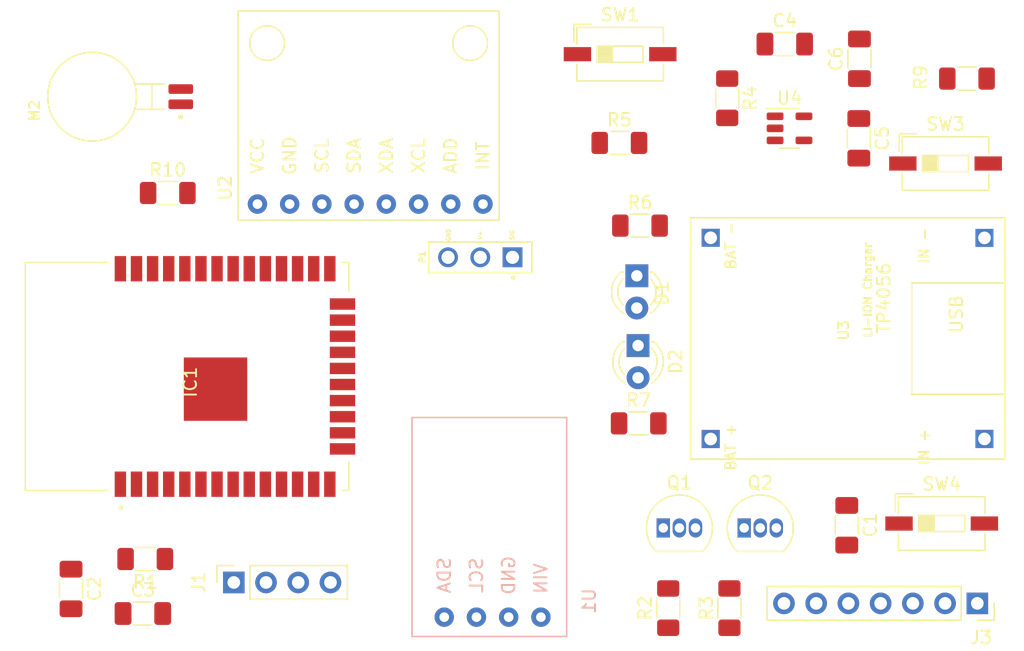
<source format=kicad_pcb>
(kicad_pcb (version 20221018) (generator pcbnew)
  (layers (0 "F.Cu" signal) (31 "B.Cu" signal) (34 "B.Paste" user) (35 "F.Paste" user) (36 "B.SilkS" user "B.Silkscreen") (37 "F.SilkS" user "F.Silkscreen") (38 "B.Mask" user) (39 "F.Mask" user) (44 "Edge.Cuts" user))
  (net 0 "")
  (net 1 "RESET")
  (net 2 "GND")
  (net 3 "+3V3")
  (net 4 "BAT+")
  (net 5 "Net-(D1-K)")
  (net 6 "D5")
  (net 7 "Net-(D2-K)")
  (net 8 "D18")
  (net 13 "D32")
  (net 15 "D25")
  (net 28 "D2")
  (net 33 "D19")
  (net 35 "SDA")
  (net 36 "RXD")
  (net 37 "TXD")
  (net 38 "SCL")
  (net 42 "RTS")
  (net 43 "Net-(M2-V-)")
  (net 44 "Net-(Q1-B)")
  (net 45 "DTR")
  (net 46 "Net-(Q2-B)")
  (net 47 "0")
  (net 48 "Net-(U4-EN)")
  (footprint "Connector_PinSocket_2.54mm:PinSocket_1x04_P2.54mm_Vertical" (layer "F.Cu") (at 102.13 95.05 90)
    (fp_text reference "J1" (at 0 -2.77 90) (layer "F.SilkS"))
    (fp_text value "Conn_01x04_Socket")
    (fp_line (start -1.33 1.27) (end -1.33 8.95) (stroke (width 0.12)) (layer "F.SilkS"))
    (fp_line (start -1.33 1.27) (end 1.33 1.27) (stroke (width 0.12)) (layer "F.SilkS"))
    (fp_line (start -1.33 8.95) (end 1.33 8.95) (stroke (width 0.12)) (layer "F.SilkS"))
    (fp_line (start 0 -1.33) (end 1.33 -1.33) (stroke (width 0.12)) (layer "F.SilkS"))
    (fp_line (start 1.33 -1.33) (end 1.33 0) (stroke (width 0.12)) (layer "F.SilkS"))
    (fp_line (start 1.33 1.27) (end 1.33 8.95) (stroke (width 0.12)) (layer "F.SilkS"))
    (pad "1" thru_hole rect (at 0 0 90) (size 1.7 1.7) (drill 1) (layers "*.Cu" "*.Mask") (net 2 "GND"))
    (pad "2" thru_hole oval (at 0 2.54 90) (size 1.7 1.7) (drill 1) (layers "*.Cu" "*.Mask") (net 3 "+3V3"))
    (pad "3" thru_hole oval (at 0 5.08 90) (size 1.7 1.7) (drill 1) (layers "*.Cu" "*.Mask"))
    (pad "4" thru_hole oval (at 0 7.62 90) (size 1.7 1.7) (drill 1) (layers "*.Cu" "*.Mask") (net 15 "D25"))
  )
  (footprint "Package_TO_SOT_THT:TO-92_Inline" (layer "F.Cu") (at 142.36 90.75)
    (fp_text reference "Q2" (at 1.27 -3.56) (layer "F.SilkS"))
    (fp_text value "S8050")
    (fp_line (start -0.53 1.85) (end 3.07 1.85) (stroke (width 0.12)) (layer "F.SilkS"))
    (fp_arc (start -0.568478 1.838478) (mid -1.132087 -0.994977) (end 1.27 -2.6) (stroke (width 0.12)) (layer "F.SilkS"))
    (fp_arc (start 1.27 -2.6) (mid 3.672087 -0.994977) (end 3.108478 1.838478) (stroke (width 0.12)) (layer "F.SilkS"))
    (pad "1" thru_hole rect (at 0 0) (size 1.05 1.5) (drill 0.75) (layers "*.Cu" "*.Mask") (net 45 "DTR"))
    (pad "2" thru_hole oval (at 1.27 0) (size 1.05 1.5) (drill 0.75) (layers "*.Cu" "*.Mask") (net 46 "Net-(Q2-B)"))
    (pad "3" thru_hole oval (at 2.54 0) (size 1.05 1.5) (drill 0.75) (layers "*.Cu" "*.Mask") (net 47 "0"))
  )
  (footprint "Capacitor_SMD:C_1206_3216Metric_Pad1.33x1.80mm_HandSolder" (layer "F.Cu") (at 94.9625 97.5)
    (fp_text reference "C3" (at 0 -1.85) (layer "F.SilkS"))
    (fp_text value "10uF")
    (fp_line (start -0.711252 -0.91) (end 0.711252 -0.91) (stroke (width 0.12)) (layer "F.SilkS"))
    (fp_line (start -0.711252 0.91) (end 0.711252 0.91) (stroke (width 0.12)) (layer "F.SilkS"))
    (pad "1" smd roundrect (at -1.5625 0) (size 1.325 1.8) (layers "F.Cu" "F.Paste" "F.Mask") (roundrect_rratio 0.188679) (net 3 "+3V3"))
    (pad "2" smd roundrect (at 1.5625 0) (size 1.325 1.8) (layers "F.Cu" "F.Paste" "F.Mask") (roundrect_rratio 0.188679) (net 2 "GND"))
  )
  (footprint "Button_Switch_SMD:SW_DIP_SPSTx01_Slide_6.7x4.1mm_W6.73mm_P2.54mm_LowProfile_JPin" (layer "F.Cu") (at 158.235 62)
    (fp_text reference "SW3" (at 0 -3.11) (layer "F.SilkS"))
    (fp_text value "SW_Push")
    (fp_line (start -3.65 -2.35) (end -3.65 -0.967) (stroke (width 0.12)) (layer "F.SilkS"))
    (fp_line (start -3.65 -2.35) (end -2.267 -2.35) (stroke (width 0.12)) (layer "F.SilkS"))
    (fp_line (start -3.41 -2.11) (end -3.41 -0.8) (stroke (width 0.12)) (layer "F.SilkS"))
    (fp_line (start -3.41 -2.11) (end 3.41 -2.11) (stroke (width 0.12)) (layer "F.SilkS"))
    (fp_line (start -3.41 0.8) (end -3.41 2.11) (stroke (width 0.12)) (layer "F.SilkS"))
    (fp_line (start -3.41 2.11) (end 3.41 2.11) (stroke (width 0.12)) (layer "F.SilkS"))
    (fp_line (start -1.81 -0.635) (end -1.81 0.635) (stroke (width 0.12)) (layer "F.SilkS"))
    (fp_line (start -1.81 -0.515) (end -0.603333 -0.515) (stroke (width 0.12)) (layer "F.SilkS"))
    (fp_line (start -1.81 -0.395) (end -0.603333 -0.395) (stroke (width 0.12)) (layer "F.SilkS"))
    (fp_line (start -1.81 -0.275) (end -0.603333 -0.275) (stroke (width 0.12)) (layer "F.SilkS"))
    (fp_line (start -1.81 -0.155) (end -0.603333 -0.155) (stroke (width 0.12)) (layer "F.SilkS"))
    (fp_line (start -1.81 -0.035) (end -0.603333 -0.035) (stroke (width 0.12)) (layer "F.SilkS"))
    (fp_line (start -1.81 0.085) (end -0.603333 0.085) (stroke (width 0.12)) (layer "F.SilkS"))
    (fp_line (start -1.81 0.205) (end -0.603333 0.205) (stroke (width 0.12)) (layer "F.SilkS"))
    (fp_line (start -1.81 0.325) (end -0.603333 0.325) (stroke (width 0.12)) (layer "F.SilkS"))
    (fp_line (start -1.81 0.445) (end -0.603333 0.445) (stroke (width 0.12)) (layer "F.SilkS"))
    (fp_line (start -1.81 0.565) (end -0.603333 0.565) (stroke (width 0.12)) (layer "F.SilkS"))
    (fp_line (start -1.81 0.635) (end 1.81 0.635) (stroke (width 0.12)) (layer "F.SilkS"))
    (fp_line (start -0.603333 -0.635) (end -0.603333 0.635) (stroke (width 0.12)) (layer "F.SilkS"))
    (fp_line (start 1.81 -0.635) (end -1.81 -0.635) (stroke (width 0.12)) (layer "F.SilkS"))
    (fp_line (start 1.81 0.635) (end 1.81 -0.635) (stroke (width 0.12)) (layer "F.SilkS"))
    (fp_line (start 3.41 -2.11) (end 3.41 -0.8) (stroke (width 0.12)) (layer "F.SilkS"))
    (fp_line (start 3.41 0.8) (end 3.41 2.11) (stroke (width 0.12)) (layer "F.SilkS"))
    (pad "1" smd rect (at -3.365 0) (size 2.16 1.12) (layers "F.Cu" "F.Paste" "F.Mask") (net 2 "GND"))
    (pad "2" smd rect (at 3.365 0) (size 2.16 1.12) (layers "F.Cu" "F.Paste" "F.Mask") (net 47 "0"))
  )
  (footprint "Capacitor_SMD:C_1206_3216Metric_Pad1.33x1.80mm_HandSolder" (layer "F.Cu") (at 151.4 60.0125 -90)
    (fp_text reference "C5" (at 0 -1.85 90) (layer "F.SilkS"))
    (fp_text value "10uF")
    (fp_line (start -0.711252 -0.91) (end 0.711252 -0.91) (stroke (width 0.12)) (layer "F.SilkS"))
    (fp_line (start -0.711252 0.91) (end 0.711252 0.91) (stroke (width 0.12)) (layer "F.SilkS"))
    (pad "1" smd roundrect (at -1.5625 0 270) (size 1.325 1.8) (layers "F.Cu" "F.Paste" "F.Mask") (roundrect_rratio 0.188679) (net 3 "+3V3"))
    (pad "2" smd roundrect (at 1.5625 0 270) (size 1.325 1.8) (layers "F.Cu" "F.Paste" "F.Mask") (roundrect_rratio 0.188679) (net 2 "GND"))
  )
  (footprint "Resistor_SMD:R_1206_3216Metric_Pad1.30x1.75mm_HandSolder" (layer "F.Cu") (at 134.15 66.9)
    (fp_text reference "R6" (at 0 -1.82) (layer "F.SilkS"))
    (fp_text value "330")
    (fp_line (start -0.727064 -0.91) (end 0.727064 -0.91) (stroke (width 0.12)) (layer "F.SilkS"))
    (fp_line (start -0.727064 0.91) (end 0.727064 0.91) (stroke (width 0.12)) (layer "F.SilkS"))
    (pad "1" smd roundrect (at -1.55 0) (size 1.3 1.75) (layers "F.Cu" "F.Paste" "F.Mask") (roundrect_rratio 0.192308) (net 5 "Net-(D1-K)"))
    (pad "2" smd roundrect (at 1.55 0) (size 1.3 1.75) (layers "F.Cu" "F.Paste" "F.Mask") (roundrect_rratio 0.192308) (net 2 "GND"))
  )
  (footprint "Resistor_SMD:R_1206_3216Metric_Pad1.30x1.75mm_HandSolder" (layer "F.Cu") (at 96.925 64.325)
    (fp_text reference "R10" (at 0 -1.82) (layer "F.SilkS"))
    (fp_text value "330")
    (fp_line (start -0.727064 -0.91) (end 0.727064 -0.91) (stroke (width 0.12)) (layer "F.SilkS"))
    (fp_line (start -0.727064 0.91) (end 0.727064 0.91) (stroke (width 0.12)) (layer "F.SilkS"))
    (pad "1" smd roundrect (at -1.55 0) (size 1.3 1.75) (layers "F.Cu" "F.Paste" "F.Mask") (roundrect_rratio 0.192308) (net 43 "Net-(M2-V-)"))
    (pad "2" smd roundrect (at 1.55 0) (size 1.3 1.75) (layers "F.Cu" "F.Paste" "F.Mask") (roundrect_rratio 0.192308) (net 2 "GND"))
  )
  (footprint "Resistor_SMD:R_1206_3216Metric_Pad1.30x1.75mm_HandSolder" (layer "F.Cu") (at 132.525 60.375)
    (fp_text reference "R5" (at 0 -1.82) (layer "F.SilkS"))
    (fp_text value "330")
    (fp_line (start -0.727064 -0.91) (end 0.727064 -0.91) (stroke (width 0.12)) (layer "F.SilkS"))
    (fp_line (start -0.727064 0.91) (end 0.727064 0.91) (stroke (width 0.12)) (layer "F.SilkS"))
    (pad "1" smd roundrect (at -1.55 0) (size 1.3 1.75) (layers "F.Cu" "F.Paste" "F.Mask") (roundrect_rratio 0.192308) (net 28 "D2"))
    (pad "2" smd roundrect (at 1.55 0) (size 1.3 1.75) (layers "F.Cu" "F.Paste" "F.Mask") (roundrect_rratio 0.192308) (net 2 "GND"))
  )
  (footprint "Capacitor_SMD:C_1206_3216Metric_Pad1.33x1.80mm_HandSolder" (layer "F.Cu") (at 89.3 95.5625 -90)
    (fp_text reference "C2" (at 0 -1.85 -270) (layer "F.SilkS"))
    (fp_text value "0.1uF")
    (fp_line (start -0.711252 -0.91) (end 0.711252 -0.91) (stroke (width 0.12)) (layer "F.SilkS"))
    (fp_line (start -0.711252 0.91) (end 0.711252 0.91) (stroke (width 0.12)) (layer "F.SilkS"))
    (pad "1" smd roundrect (at -1.5625 0 270) (size 1.325 1.8) (layers "F.Cu" "F.Paste" "F.Mask") (roundrect_rratio 0.188679) (net 3 "+3V3"))
    (pad "2" smd roundrect (at 1.5625 0 270) (size 1.325 1.8) (layers "F.Cu" "F.Paste" "F.Mask") (roundrect_rratio 0.188679) (net 2 "GND"))
  )
  (footprint "ESP-WROOM-32D (1):ESPWROOM32D" (layer "F.Cu") (at 98.45 78.8 90)
    (fp_text reference "IC1" (at -0.45 0.25 90) (layer "F.SilkS"))
    (fp_text value "ESP-WROOM-32D")
    (fp_line (start -10.4 -5.2) (end -10.4 -5.2) (stroke (width 0.2)) (layer "F.SilkS"))
    (fp_line (start -10.4 -5.2) (end -10.4 -5.2) (stroke (width 0.2)) (layer "F.SilkS"))
    (fp_line (start -10.3 -5.2) (end -10.3 -5.2) (stroke (width 0.2)) (layer "F.SilkS"))
    (fp_line (start -9 -12.75) (end -9 -12.75) (stroke (width 0.1)) (layer "F.SilkS"))
    (fp_line (start -9 -12.75) (end -9 -12.75) (stroke (width 0.1)) (layer "F.SilkS"))
    (fp_line (start -9 -12.75) (end -9 -6.25) (stroke (width 0.1)) (layer "F.SilkS"))
    (fp_line (start -9 -12.75) (end 9 -12.75) (stroke (width 0.1)) (layer "F.SilkS"))
    (fp_line (start -9 -6.25) (end -9 -12.75) (stroke (width 0.1)) (layer "F.SilkS"))
    (fp_line (start -9 -6.25) (end -9 -6.25) (stroke (width 0.1)) (layer "F.SilkS"))
    (fp_line (start -9 12.25) (end -9 12.25) (stroke (width 0.1)) (layer "F.SilkS"))
    (fp_line (start -9 12.25) (end -9 12.75) (stroke (width 0.1)) (layer "F.SilkS"))
    (fp_line (start -9 12.75) (end -9 12.25) (stroke (width 0.1)) (layer "F.SilkS"))
    (fp_line (start -9 12.75) (end -9 12.75) (stroke (width 0.1)) (layer "F.SilkS"))
    (fp_line (start -9 12.75) (end -9 12.75) (stroke (width 0.1)) (layer "F.SilkS"))
    (fp_line (start -9 12.75) (end -6.75 12.75) (stroke (width 0.1)) (layer "F.SilkS"))
    (fp_line (start -6.75 12.75) (end -9 12.75) (stroke (width 0.1)) (layer "F.SilkS"))
    (fp_line (start -6.75 12.75) (end -6.75 12.75) (stroke (width 0.1)) (layer "F.SilkS"))
    (fp_line (start 6.75 12.75) (end 6.75 12.75) (stroke (width 0.1)) (layer "F.SilkS"))
    (fp_line (start 6.75 12.75) (end 9 12.75) (stroke (width 0.1)) (layer "F.SilkS"))
    (fp_line (start 9 -12.75) (end -9 -12.75) (stroke (width 0.1)) (layer "F.SilkS"))
    (fp_line (start 9 -12.75) (end 9 -12.75) (stroke (width 0.1)) (layer "F.SilkS"))
    (fp_line (start 9 -12.75) (end 9 -12.75) (stroke (width 0.1)) (layer "F.SilkS"))
    (fp_line (start 9 -12.75) (end 9 -6.25) (stroke (width 0.1)) (layer "F.SilkS"))
    (fp_line (start 9 -6.25) (end 9 -12.75) (stroke (width 0.1)) (layer "F.SilkS"))
    (fp_line (start 9 -6.25) (end 9 -6.25) (stroke (width 0.1)) (layer "F.SilkS"))
    (fp_line (start 9 12.25) (end 9 12.25) (stroke (width 0.1)) (layer "F.SilkS"))
    (fp_line (start 9 12.25) (end 9 12.75) (stroke (width 0.1)) (layer "F.SilkS"))
    (fp_line (start 9 12.75) (end 6.75 12.75) (stroke (width 0.1)) (layer "F.SilkS"))
    (fp_line (start 9 12.75) (end 9 12.25) (stroke (width 0.1)) (layer "F.SilkS"))
    (fp_line (start 9 12.75) (end 9 12.75) (stroke (width 0.1)) (layer "F.SilkS"))
    (fp_line (start 9 12.75) (end 9 12.75) (stroke (width 0.1)) (layer "F.SilkS"))
    (fp_arc (start -10.4 -5.2) (mid -10.35 -5.25) (end -10.3 -5.2) (stroke (width 0.2)) (layer "F.SilkS"))
    (fp_arc (start -10.3 -5.2) (mid -10.35 -5.15) (end -10.4 -5.2) (stroke (width 0.2)) (layer "F.SilkS"))
    (fp_arc (start -10.3 -5.2) (mid -10.35 -5.15) (end -10.4 -5.2) (stroke (width 0.2)) (layer "F.SilkS"))
    (pad "1" smd rect (at -8.5 -5.26 90) (size 2 0.9) (layers "F.Cu" "F.Paste" "F.Mask") (net 2 "GND"))
    (pad "2" smd rect (at -8.5 -3.99 90) (size 2 0.9) (layers "F.Cu" "F.Paste" "F.Mask") (net 3 "+3V3"))
    (pad "3" smd rect (at -8.5 -2.72 90) (size 2 0.9) (layers "F.Cu" "F.Paste" "F.Mask") (net 1 "RESET"))
    (pad "4" smd rect (at -8.5 -1.45 90) (size 2 0.9) (layers "F.Cu" "F.Paste" "F.Mask"))
    (pad "5" smd rect (at -8.5 -0.18 90) (size 2 0.9) (layers "F.Cu" "F.Paste" "F.Mask"))
    (pad "6" smd rect (at -8.5 1.09 90) (size 2 0.9) (layers "F.Cu" "F.Paste" "F.Mask"))
    (pad "7" smd rect (at -8.5 2.36 90) (size 2 0.9) (layers "F.Cu" "F.Paste" "F.Mask"))
    (pad "8" smd rect (at -8.5 3.63 90) (size 2 0.9) (layers "F.Cu" "F.Paste" "F.Mask") (net 13 "D32"))
    (pad "9" smd rect (at -8.5 4.9 90) (size 2 0.9) (layers "F.Cu" "F.Paste" "F.Mask"))
    (pad "10" smd rect (at -8.5 6.17 90) (size 2 0.9) (layers "F.Cu" "F.Paste" "F.Mask") (net 15 "D25"))
    (pad "11" smd rect (at -8.5 7.44 90) (size 2 0.9) (layers "F.Cu" "F.Paste" "F.Mask"))
    (pad "12" smd rect (at -8.5 8.71 90) (size 2 0.9) (layers "F.Cu" "F.Paste" "F.Mask"))
    (pad "13" smd rect (at -8.5 9.98 90) (size 2 0.9) (layers "F.Cu" "F.Paste" "F.Mask"))
    (pad "14" smd rect (at -8.5 11.25 90) (size 2 0.9) (layers "F.Cu" "F.Paste" "F.Mask"))
    (pad "15" smd rect (at -5.715 12.25 180) (size 2 0.9) (layers "F.Cu" "F.Paste" "F.Mask") (net 2 "GND"))
    (pad "16" smd rect (at -4.445 12.25 180) (size 2 0.9) (layers "F.Cu" "F.Paste" "F.Mask"))
    (pad "17" smd rect (at -3.175 12.25 180) (size 2 0.9) (layers "F.Cu" "F.Paste" "F.Mask"))
    (pad "18" smd rect (at -1.905 12.25 180) (size 2 0.9) (layers "F.Cu" "F.Paste" "F.Mask"))
    (pad "19" smd rect (at -0.635 12.25 180) (size 2 0.9) (layers "F.Cu" "F.Paste" "F.Mask"))
    (pad "20" smd rect (at 0.635 12.25 180) (size 2 0.9) (layers "F.Cu" "F.Paste" "F.Mask"))
    (pad "21" smd rect (at 1.905 12.25 180) (size 2 0.9) (layers "F.Cu" "F.Paste" "F.Mask"))
    (pad "22" smd rect (at 3.175 12.25 180) (size 2 0.9) (layers "F.Cu" "F.Paste" "F.Mask"))
    (pad "23" smd rect (at 4.445 12.25 180) (size 2 0.9) (layers "F.Cu" "F.Paste" "F.Mask"))
    (pad "24" smd rect (at 5.715 12.25 180) (size 2 0.9) (layers "F.Cu" "F.Paste" "F.Mask") (net 28 "D2"))
    (pad "25" smd rect (at 8.5 11.25 90) (size 2 0.9) (layers "F.Cu" "F.Paste" "F.Mask"))
    (pad "26" smd rect (at 8.5 9.98 90) (size 2 0.9) (layers "F.Cu" "F.Paste" "F.Mask"))
    (pad "27" smd rect (at 8.5 8.71 90) (size 2 0.9) (layers "F.Cu" "F.Paste" "F.Mask"))
    (pad "28" smd rect (at 8.5 7.44 90) (size 2 0.9) (layers "F.Cu" "F.Paste" "F.Mask"))
    (pad "29" smd rect (at 8.5 6.17 90) (size 2 0.9) (layers "F.Cu" "F.Paste" "F.Mask") (net 6 "D5"))
    (pad "30" smd rect (at 8.5 4.9 90) (size 2 0.9) (layers "F.Cu" "F.Paste" "F.Mask") (net 8 "D18"))
    (pad "31" smd rect (at 8.5 3.63 90) (size 2 0.9) (layers "F.Cu" "F.Paste" "F.Mask") (net 33 "D19"))
    (pad "32" smd rect (at 8.5 2.36 90) (size 2 0.9) (layers "F.Cu" "F.Paste" "F.Mask"))
    (pad "33" smd rect (at 8.5 1.09 90) (size 2 0.9) (layers "F.Cu" "F.Paste" "F.Mask") (net 35 "SDA"))
    (pad "34" smd rect (at 8.5 -0.18 90) (size 2 0.9) (layers "F.Cu" "F.Paste" "F.Mask") (net 36 "RXD"))
    (pad "35" smd rect (at 8.5 -1.45 90) (size 2 0.9) (layers "F.Cu" "F.Paste" "F.Mask") (net 37 "TXD"))
    (pad "36" smd rect (at 8.5 -2.72 90) (size 2 0.9) (layers "F.Cu" "F.Paste" "F.Mask") (net 38 "SCL"))
    (pad "37" smd rect (at 8.5 -3.99 90) (size 2 0.9) (layers "F.Cu" "F.Paste" "F.Mask"))
    (pad "38" smd rect (at 8.5 -5.26 90) (size 2 0.9) (layers "F.Cu" "F.Paste" "F.Mask") (net 2 "GND"))
    (pad "39" smd rect (at -1 2.24 90) (size 5 5) (layers "F.Cu" "F.Paste" "F.Mask") (net 2 "GND"))
  )
  (footprint "Resistor_SMD:R_1206_3216Metric_Pad1.30x1.75mm_HandSolder" (layer "F.Cu") (at 95.15 93.2 180)
    (fp_text reference "R1" (at 0 -1.82) (layer "F.SilkS"))
    (fp_text value "10k")
    (fp_line (start -0.727064 -0.91) (end 0.727064 -0.91) (stroke (width 0.12)) (layer "F.SilkS"))
    (fp_line (start -0.727064 0.91) (end 0.727064 0.91) (stroke (width 0.12)) (layer "F.SilkS"))
    (pad "1" smd roundrect (at -1.55 0 180) (size 1.3 1.75) (layers "F.Cu" "F.Paste" "F.Mask") (roundrect_rratio 0.192308) (net 1 "RESET"))
    (pad "2" smd roundrect (at 1.55 0 180) (size 1.3 1.75) (layers "F.Cu" "F.Paste" "F.Mask") (roundrect_rratio 0.192308) (net 3 "+3V3"))
  )
  (footprint "TP4056:TP4056" (layer "F.Cu") (at 150.2 75.16119 -90)
    (fp_text reference "U3" (at 0 0 90) (layer "F.SilkS") (effects (font (size 0.787402 0.787402))))
    (fp_text value "TP4056")
    (fp_text user "BAT +" (at 9.2075 8.89 90) (layer "F.SilkS") (effects (font (size 0.8 0.8))))
    (fp_text user "IN -" (at -6.6675 -6.35 90) (layer "F.SilkS") (effects (font (size 0.8 0.8))))
    (fp_text user "IN +" (at 9.2075 -6.35 90) (layer "F.SilkS") (effects (font (size 0.8 0.8))))
    (fp_text user "BAT -" (at -6.6675 8.89 90) (layer "F.SilkS") (effects (font (size 0.8 0.8))))
    (fp_text user "TP4056" (at -2.54 -3.175 90) (layer "F.SilkS"))
    (fp_text user "LI-ION Charger" (at -3.175 -1.905 90) (layer "F.SilkS") (effects (font (size 0.64 0.64))))
    (fp_text user "USB" (at -1.27 -8.89 90) (layer "F.SilkS"))
    (fp_line (start -8.88238 -12.7) (end 10.16 -12.7) (stroke (width 0.127)) (layer "F.SilkS"))
    (fp_line (start -8.88238 12.0574) (end -8.88238 -12.7) (stroke (width 0.127)) (layer "F.SilkS"))
    (fp_line (start -3.73888 -12.6797) (end -3.73888 -5.36448) (stroke (width 0.127)) (layer "F.SilkS"))
    (fp_line (start 5.03936 -5.36448) (end -3.73888 -5.36448) (stroke (width 0.127)) (layer "F.SilkS"))
    (fp_line (start 5.03936 -5.36448) (end 5.03936 -12.6797) (stroke (width 0.127)) (layer "F.SilkS"))
    (fp_line (start 10.16 -12.7) (end 10.16 12.0574) (stroke (width 0.127)) (layer "F.SilkS"))
    (fp_line (start 10.16 12.0574) (end -8.88238 12.0574) (stroke (width 0.127)) (layer "F.SilkS"))
    (pad "BAT+" thru_hole rect (at 8.5725 10.4775 270) (size 1.4224 1.4224) (drill 1) (layers "*.Cu" "*.Mask") (net 4 "BAT+"))
    (pad "BAT-" thru_hole rect (at -7.3025 10.4775 270) (size 1.4224 1.4224) (drill 1) (layers "*.Cu" "*.Mask") (net 2 "GND"))
    (pad "IN+" thru_hole rect (at 8.56488 -11.1049 270) (size 1.4224 1.4224) (drill 1) (layers "*.Cu" "*.Mask"))
    (pad "IN-" thru_hole rect (at -7.29488 -11.1049 270) (size 1.4224 1.4224) (drill 1) (layers "*.Cu" "*.Mask"))
  )
  (footprint "Resistor_SMD:R_1206_3216Metric_Pad1.30x1.75mm_HandSolder" (layer "F.Cu") (at 141.025 56.85 -90)
    (fp_text reference "R4" (at 0 -1.82 90) (layer "F.SilkS"))
    (fp_text value "100")
    (fp_line (start -0.727064 -0.91) (end 0.727064 -0.91) (stroke (width 0.12)) (layer "F.SilkS"))
    (fp_line (start -0.727064 0.91) (end 0.727064 0.91) (stroke (width 0.12)) (layer "F.SilkS"))
    (pad "1" smd roundrect (at -1.55 0 270) (size 1.3 1.75) (layers "F.Cu" "F.Paste" "F.Mask") (roundrect_rratio 0.192308) (net 4 "BAT+"))
    (pad "2" smd roundrect (at 1.55 0 270) (size 1.3 1.75) (layers "F.Cu" "F.Paste" "F.Mask") (roundrect_rratio 0.192308) (net 48 "Net-(U4-EN)"))
  )
  (footprint "Package_TO_SOT_SMD:SOT-23-5" (layer "F.Cu") (at 145.9375 59.225)
    (fp_text reference "U4" (at 0 -2.4) (layer "F.SilkS"))
    (fp_text value "AP2112K-3.3")
    (fp_line (start 0 -1.56) (end -1.8 -1.56) (stroke (width 0.12)) (layer "F.SilkS"))
    (fp_line (start 0 -1.56) (end 0.8 -1.56) (stroke (width 0.12)) (layer "F.SilkS"))
    (fp_line (start 0 1.56) (end -0.8 1.56) (stroke (width 0.12)) (layer "F.SilkS"))
    (fp_line (start 0 1.56) (end 0.8 1.56) (stroke (width 0.12)) (layer "F.SilkS"))
    (pad "1" smd roundrect (at -1.1375 -0.95) (size 1.325 0.6) (layers "F.Cu" "F.Paste" "F.Mask") (net 4 "BAT+"))
    (pad "2" smd roundrect (at -1.1375 0) (size 1.325 0.6) (layers "F.Cu" "F.Paste" "F.Mask") (net 2 "GND"))
    (pad "3" smd roundrect (at -1.1375 0.95) (size 1.325 0.6) (layers "F.Cu" "F.Paste" "F.Mask") (net 48 "Net-(U4-EN)"))
    (pad "4" smd roundrect (at 1.1375 0.95) (size 1.325 0.6) (layers "F.Cu" "F.Paste" "F.Mask"))
    (pad "5" smd roundrect (at 1.1375 -0.95) (size 1.325 0.6) (layers "F.Cu" "F.Paste" "F.Mask") (net 3 "+3V3"))
  )
  (footprint "SEN-11574:XDCR_SEN-11574" (layer "F.Cu") (at 121.56 69.4 90)
    (fp_text reference "P1" (at 0.02405 -4.563278 90) (layer "F.SilkS") (effects (font (size 0.480894 0.480894))))
    (fp_text value "SEN-11574")
    (fp_text user "V+" (at 1.75586 0 90) (layer "F.SilkS") (effects (font (size 0.321072 0.321072))))
    (fp_text user "GND" (at 1.75352 -2.50503 90) (layer "F.SilkS") (effects (font (size 0.320645 0.320645))))
    (fp_text user "SIG" (at 1.75512 2.50731 90) (layer "F.SilkS") (effects (font (size 0.320935 0.320935))))
    (fp_line (start -1.205 -4.065) (end 1.205 -4.065) (stroke (width 0.127)) (layer "F.SilkS"))
    (fp_line (start -1.205 4.065) (end -1.205 -4.065) (stroke (width 0.127)) (layer "F.SilkS"))
    (fp_line (start 1.205 -4.065) (end 1.205 4.065) (stroke (width 0.127)) (layer "F.SilkS"))
    (fp_line (start 1.205 4.065) (end -1.205 4.065) (stroke (width 0.127)) (layer "F.SilkS"))
    (fp_circle (center -1.6 2.6) (end -1.5 2.6) (stroke (width 0.1524)) (fill none) (layer "F.SilkS"))
    (pad "1" thru_hole rect (at 0 2.54 90) (size 1.56 1.56) (drill 1.04) (layers "*.Cu" "*.Mask") (net 13 "D32"))
    (pad "2" thru_hole circle (at 0 0 90) (size 1.56 1.56) (drill 1.04) (layers "*.Cu" "*.Mask") (net 3 "+3V3"))
    (pad "3" thru_hole circle (at 0 -2.54 90) (size 1.56 1.56) (drill 1.04) (layers "*.Cu" "*.Mask") (net 2 "GND"))
  )
  (footprint "Button_Switch_SMD:SW_DIP_SPSTx01_Slide_6.7x4.1mm_W6.73mm_P2.54mm_LowProfile_JPin" (layer "F.Cu") (at 132.585 53.375)
    (fp_text reference "SW1" (at 0 -3.11) (layer "F.SilkS"))
    (fp_text value "SW_Push")
    (fp_line (start -3.65 -2.35) (end -3.65 -0.967) (stroke (width 0.12)) (layer "F.SilkS"))
    (fp_line (start -3.65 -2.35) (end -2.267 -2.35) (stroke (width 0.12)) (layer "F.SilkS"))
    (fp_line (start -3.41 -2.11) (end -3.41 -0.8) (stroke (width 0.12)) (layer "F.SilkS"))
    (fp_line (start -3.41 -2.11) (end 3.41 -2.11) (stroke (width 0.12)) (layer "F.SilkS"))
    (fp_line (start -3.41 0.8) (end -3.41 2.11) (stroke (width 0.12)) (layer "F.SilkS"))
    (fp_line (start -3.41 2.11) (end 3.41 2.11) (stroke (width 0.12)) (layer "F.SilkS"))
    (fp_line (start -1.81 -0.635) (end -1.81 0.635) (stroke (width 0.12)) (layer "F.SilkS"))
    (fp_line (start -1.81 -0.515) (end -0.603333 -0.515) (stroke (width 0.12)) (layer "F.SilkS"))
    (fp_line (start -1.81 -0.395) (end -0.603333 -0.395) (stroke (width 0.12)) (layer "F.SilkS"))
    (fp_line (start -1.81 -0.275) (end -0.603333 -0.275) (stroke (width 0.12)) (layer "F.SilkS"))
    (fp_line (start -1.81 -0.155) (end -0.603333 -0.155) (stroke (width 0.12)) (layer "F.SilkS"))
    (fp_line (start -1.81 -0.035) (end -0.603333 -0.035) (stroke (width 0.12)) (layer "F.SilkS"))
    (fp_line (start -1.81 0.085) (end -0.603333 0.085) (stroke (width 0.12)) (layer "F.SilkS"))
    (fp_line (start -1.81 0.205) (end -0.603333 0.205) (stroke (width 0.12)) (layer "F.SilkS"))
    (fp_line (start -1.81 0.325) (end -0.603333 0.325) (stroke (width 0.12)) (layer "F.SilkS"))
    (fp_line (start -1.81 0.445) (end -0.603333 0.445) (stroke (width 0.12)) (layer "F.SilkS"))
    (fp_line (start -1.81 0.565) (end -0.603333 0.565) (stroke (width 0.12)) (layer "F.SilkS"))
    (fp_line (start -1.81 0.635) (end 1.81 0.635) (stroke (width 0.12)) (layer "F.SilkS"))
    (fp_line (start -0.603333 -0.635) (end -0.603333 0.635) (stroke (width 0.12)) (layer "F.SilkS"))
    (fp_line (start 1.81 -0.635) (end -1.81 -0.635) (stroke (width 0.12)) (layer "F.SilkS"))
    (fp_line (start 1.81 0.635) (end 1.81 -0.635) (stroke (width 0.12)) (layer "F.SilkS"))
    (fp_line (start 3.41 -2.11) (end 3.41 -0.8) (stroke (width 0.12)) (layer "F.SilkS"))
    (fp_line (start 3.41 0.8) (end 3.41 2.11) (stroke (width 0.12)) (layer "F.SilkS"))
    (pad "1" smd rect (at -3.365 0) (size 2.16 1.12) (layers "F.Cu" "F.Paste" "F.Mask") (net 28 "D2"))
    (pad "2" smd rect (at 3.365 0) (size 2.16 1.12) (layers "F.Cu" "F.Paste" "F.Mask") (net 3 "+3V3"))
  )
  (footprint "Capacitor_SMD:C_1206_3216Metric_Pad1.33x1.80mm_HandSolder" (layer "F.Cu") (at 145.5625 52.575)
    (fp_text reference "C4" (at 0 -1.85) (layer "F.SilkS"))
    (fp_text value "10uF")
    (fp_line (start -0.711252 -0.91) (end 0.711252 -0.91) (stroke (width 0.12)) (layer "F.SilkS"))
    (fp_line (start -0.711252 0.91) (end 0.711252 0.91) (stroke (width 0.12)) (layer "F.SilkS"))
    (pad "1" smd roundrect (at -1.5625 0) (size 1.325 1.8) (layers "F.Cu" "F.Paste" "F.Mask") (roundrect_rratio 0.188679) (net 4 "BAT+"))
    (pad "2" smd roundrect (at 1.5625 0) (size 1.325 1.8) (layers "F.Cu" "F.Paste" "F.Mask") (roundrect_rratio 0.188679) (net 2 "GND"))
  )
  (footprint "Package_TO_SOT_THT:TO-92_Inline" (layer "F.Cu") (at 135.985 90.75)
    (fp_text reference "Q1" (at 1.27 -3.56) (layer "F.SilkS"))
    (fp_text value "S8050")
    (fp_line (start -0.53 1.85) (end 3.07 1.85) (stroke (width 0.12)) (layer "F.SilkS"))
    (fp_arc (start -0.568478 1.838478) (mid -1.132087 -0.994977) (end 1.27 -2.6) (stroke (width 0.12)) (layer "F.SilkS"))
    (fp_arc (start 1.27 -2.6) (mid 3.672087 -0.994977) (end 3.108478 1.838478) (stroke (width 0.12)) (layer "F.SilkS"))
    (pad "1" thru_hole rect (at 0 0) (size 1.05 1.5) (drill 0.75) (layers "*.Cu" "*.Mask") (net 42 "RTS"))
    (pad "2" thru_hole oval (at 1.27 0) (size 1.05 1.5) (drill 0.75) (layers "*.Cu" "*.Mask") (net 44 "Net-(Q1-B)"))
    (pad "3" thru_hole oval (at 2.54 0) (size 1.05 1.5) (drill 0.75) (layers "*.Cu" "*.Mask") (net 1 "RESET"))
  )
  (footprint "usini_sensors:module_mpu6050" (layer "F.Cu") (at 121.775 65.2 90)
    (fp_text reference "U2" (at 1.27 -20.32 90) (layer "F.SilkS"))
    (fp_text value "module_mpu6050")
    (fp_text user "XCL" (at 3.81 -5.08 90) (layer "F.SilkS"))
    (fp_text user "XDA" (at 3.81 -7.62 90) (layer "F.SilkS"))
    (fp_text user "ADD" (at 3.81 -2.54 90) (layer "F.SilkS"))
    (fp_text user "GND" (at 3.81 -15.24 90) (layer "F.SilkS"))
    (fp_text user "SCL" (at 3.81 -12.7 90) (layer "F.SilkS"))
    (fp_text user "INT" (at 3.81 0 90) (layer "F.SilkS"))
    (fp_text user "VCC" (at 3.81 -17.78 90) (layer "F.SilkS"))
    (fp_text user "SDA" (at 3.81 -10.16 90) (layer "F.SilkS"))
    (fp_line (start -1.27 -19.304) (end 15.24 -19.304) (stroke (width 0.12)) (layer "F.SilkS"))
    (fp_line (start -1.27 1.27) (end -1.27 -19.304) (stroke (width 0.12)) (layer "F.SilkS"))
    (fp_line (start 15.24 -19.304) (end 15.24 1.27) (stroke (width 0.12)) (layer "F.SilkS"))
    (fp_line (start 15.24 1.27) (end -1.27 1.27) (stroke (width 0.12)) (layer "F.SilkS"))
    (fp_circle (center 12.7 -17.018) (end 13.208 -15.748) (stroke (width 0.12)) (fill none) (layer "F.SilkS"))
    (fp_circle (center 12.7 -1.016) (end 13.208 0.254) (stroke (width 0.12)) (fill none) (layer "F.SilkS"))
    (pad "1" thru_hole circle (at 0 -17.78 90) (size 1.524 1.524) (drill 0.762) (layers "*.Cu" "*.Mask") (net 3 "+3V3"))
    (pad "2" thru_hole circle (at 0 -15.24 90) (size 1.524 1.524) (drill 0.762) (layers "*.Cu" "*.Mask") (net 2 "GND"))
    (pad "3" thru_hole circle (at 0 -12.7 90) (size 1.524 1.524) (drill 0.762) (layers "*.Cu" "*.Mask") (net 38 "SCL"))
    (pad "4" thru_hole circle (at 0 -10.16 90) (size 1.524 1.524) (drill 0.762) (layers "*.Cu" "*.Mask") (net 35 "SDA"))
    (pad "5" thru_hole circle (at 0 -7.62 90) (size 1.524 1.524) (drill 0.762) (layers "*.Cu" "*.Mask"))
    (pad "6" thru_hole circle (at 0 -5.08 90) (size 1.524 1.524) (drill 0.762) (layers "*.Cu" "*.Mask"))
    (pad "7" thru_hole circle (at 0 -2.54 90) (size 1.524 1.524) (drill 0.762) (layers "*.Cu" "*.Mask"))
    (pad "8" thru_hole circle (at 0 0 90) (size 1.524 1.524) (drill 0.762) (layers "*.Cu" "*.Mask"))
  )
  (footprint "Connector_PinSocket_2.54mm:PinSocket_1x07_P2.54mm_Vertical" (layer "F.Cu") (at 160.74 96.7 -90)
    (fp_text reference "J3" (at 2.7 -0.31) (layer "F.SilkS"))
    (fp_text value "Conn_01x07")
    (fp_line (start -1.33 1.27) (end -1.33 16.57) (stroke (width 0.12)) (layer "F.SilkS"))
    (fp_line (start -1.33 1.27) (end 1.33 1.27) (stroke (width 0.12)) (layer "F.SilkS"))
    (fp_line (start -1.33 16.57) (end 1.33 16.57) (stroke (width 0.12)) (layer "F.SilkS"))
    (fp_line (start 0 -1.33) (end 1.33 -1.33) (stroke (width 0.12)) (layer "F.SilkS"))
    (fp_line (start 1.33 -1.33) (end 1.33 0) (stroke (width 0.12)) (layer "F.SilkS"))
    (fp_line (start 1.33 1.27) (end 1.33 16.57) (stroke (width 0.12)) (layer "F.SilkS"))
    (pad "1" thru_hole rect (at 0 0 270) (size 1.7 1.7) (drill 1) (layers "*.Cu" "*.Mask") (net 1 "RESET"))
    (pad "2" thru_hole oval (at 0 2.54 270) (size 1.7 1.7) (drill 1) (layers "*.Cu" "*.Mask") (net 37 "TXD"))
    (pad "3" thru_hole oval (at 0 5.08 270) (size 1.7 1.7) (drill 1) (layers "*.Cu" "*.Mask") (net 36 "RXD"))
    (pad "4" thru_hole oval (at 0 7.62 270) (size 1.7 1.7) (drill 1) (layers "*.Cu" "*.Mask") (net 3 "+3V3"))
    (pad "5" thru_hole oval (at 0 10.16 270) (size 1.7 1.7) (drill 1) (layers "*.Cu" "*.Mask"))
    (pad "6" thru_hole oval (at 0 12.7 270) (size 1.7 1.7) (drill 1) (layers "*.Cu" "*.Mask") (net 2 "GND"))
    (pad "7" thru_hole oval (at 0 15.24 270) (size 1.7 1.7) (drill 1) (layers "*.Cu" "*.Mask") (net 42 "RTS"))
  )
  (footprint "Capacitor_SMD:C_1206_3216Metric_Pad1.33x1.80mm_HandSolder" (layer "F.Cu") (at 151.45 53.7375 90)
    (fp_text reference "C6" (at 0 -1.85 90) (layer "F.SilkS"))
    (fp_text value "1uF")
    (fp_line (start -0.711252 -0.91) (end 0.711252 -0.91) (stroke (width 0.12)) (layer "F.SilkS"))
    (fp_line (start -0.711252 0.91) (end 0.711252 0.91) (stroke (width 0.12)) (layer "F.SilkS"))
    (pad "1" smd roundrect (at -1.5625 0 90) (size 1.325 1.8) (layers "F.Cu" "F.Paste" "F.Mask") (roundrect_rratio 0.188679) (net 3 "+3V3"))
    (pad "2" smd roundrect (at 1.5625 0 90) (size 1.325 1.8) (layers "F.Cu" "F.Paste" "F.Mask") (roundrect_rratio 0.188679) (net 2 "GND"))
  )
  (footprint "Resistor_SMD:R_1206_3216Metric_Pad1.30x1.75mm_HandSolder" (layer "F.Cu") (at 159.925 55.3)
    (fp_text reference "R9" (at -3.65 -0.1 90) (layer "F.SilkS"))
    (fp_text value "10k")
    (fp_line (start -0.727064 -0.91) (end 0.727064 -0.91) (stroke (width 0.12)) (layer "F.SilkS"))
    (fp_line (start -0.727064 0.91) (end 0.727064 0.91) (stroke (width 0.12)) (layer "F.SilkS"))
    (pad "1" smd roundrect (at -1.55 0) (size 1.3 1.75) (layers "F.Cu" "F.Paste" "F.Mask") (roundrect_rratio 0.192308) (net 3 "+3V3"))
    (pad "2" smd roundrect (at 1.55 0) (size 1.3 1.75) (layers "F.Cu" "F.Paste" "F.Mask") (roundrect_rratio 0.192308) (net 47 "0"))
  )
  (footprint "LED_THT:LED_D3.0mm" (layer "F.Cu") (at 133.9 70.86 -90)
    (fp_text reference "D1" (at 1.366487 -1.987659 90) (layer "F.SilkS"))
    (fp_text value "LED")
    (fp_line (start -0.29 -1.236) (end -0.29 -1.08) (stroke (width 0.12)) (layer "F.SilkS"))
    (fp_line (start -0.29 1.08) (end -0.29 1.236) (stroke (width 0.12)) (layer "F.SilkS"))
    (fp_arc (start -0.29 -1.235516) (mid 1.366487 -1.987659) (end 2.942335 -1.078608) (stroke (width 0.12)) (layer "F.SilkS"))
    (fp_arc (start 0.229039 -1.08) (mid 1.270117 -1.5) (end 2.31113 -1.079837) (stroke (width 0.12)) (layer "F.SilkS"))
    (fp_arc (start 2.31113 1.079837) (mid 1.270117 1.5) (end 0.229039 1.08) (stroke (width 0.12)) (layer "F.SilkS"))
    (fp_arc (start 2.942335 1.078608) (mid 1.366487 1.987659) (end -0.29 1.235516) (stroke (width 0.12)) (layer "F.SilkS"))
    (pad "1" thru_hole rect (at 0 0 270) (size 1.8 1.8) (drill 0.9) (layers "*.Cu" "*.Mask") (net 5 "Net-(D1-K)"))
    (pad "2" thru_hole circle (at 2.54 0 270) (size 1.8 1.8) (drill 0.9) (layers "*.Cu" "*.Mask") (net 6 "D5"))
  )
  (footprint "Resistor_SMD:R_1206_3216Metric_Pad1.30x1.75mm_HandSolder" (layer "F.Cu") (at 134.05 82.5)
    (fp_text reference "R7" (at 0 -1.82) (layer "F.SilkS"))
    (fp_text value "330")
    (fp_line (start -0.727064 -0.91) (end 0.727064 -0.91) (stroke (width 0.12)) (layer "F.SilkS"))
    (fp_line (start -0.727064 0.91) (end 0.727064 0.91) (stroke (width 0.12)) (layer "F.SilkS"))
    (pad "1" smd roundrect (at -1.55 0) (size 1.3 1.75) (layers "F.Cu" "F.Paste" "F.Mask") (roundrect_rratio 0.192308) (net 7 "Net-(D2-K)"))
    (pad "2" smd roundrect (at 1.55 0) (size 1.3 1.75) (layers "F.Cu" "F.Paste" "F.Mask") (roundrect_rratio 0.192308) (net 2 "GND"))
  )
  (footprint "Capacitor_SMD:C_1206_3216Metric_Pad1.33x1.80mm_HandSolder" (layer "F.Cu") (at 150.45 90.5375 -90)
    (fp_text reference "C1" (at 0 -1.85 90) (layer "F.SilkS"))
    (fp_text value "0.1uF")
    (fp_line (start -0.711252 -0.91) (end 0.711252 -0.91) (stroke (width 0.12)) (layer "F.SilkS"))
    (fp_line (start -0.711252 0.91) (end 0.711252 0.91) (stroke (width 0.12)) (layer "F.SilkS"))
    (pad "1" smd roundrect (at -1.5625 0 270) (size 1.325 1.8) (layers "F.Cu" "F.Paste" "F.Mask") (roundrect_rratio 0.188679) (net 1 "RESET"))
    (pad "2" smd roundrect (at 1.5625 0 270) (size 1.325 1.8) (layers "F.Cu" "F.Paste" "F.Mask") (roundrect_rratio 0.188679) (net 2 "GND"))
  )
  (footprint "Resistor_SMD:R_1206_3216Metric_Pad1.30x1.75mm_HandSolder" (layer "F.Cu") (at 141.2 97.075 90)
    (fp_text reference "R3" (at 0 -1.82 90) (layer "F.SilkS"))
    (fp_text value "10k")
    (fp_line (start -0.727064 -0.91) (end 0.727064 -0.91) (stroke (width 0.12)) (layer "F.SilkS"))
    (fp_line (start -0.727064 0.91) (end 0.727064 0.91) (stroke (width 0.12)) (layer "F.SilkS"))
    (pad "1" smd roundrect (at -1.55 0 90) (size 1.3 1.75) (layers "F.Cu" "F.Paste" "F.Mask") (roundrect_rratio 0.192308) (net 42 "RTS"))
    (pad "2" smd roundrect (at 1.55 0 90) (size 1.3 1.75) (layers "F.Cu" "F.Paste" "F.Mask") (roundrect_rratio 0.192308) (net 46 "Net-(Q2-B)"))
  )
  (footprint "Button_Switch_SMD:SW_DIP_SPSTx01_Slide_6.7x4.1mm_W6.73mm_P2.54mm_LowProfile_JPin" (layer "F.Cu") (at 157.935 90.4)
    (fp_text reference "SW4" (at 0 -3.11) (layer "F.SilkS"))
    (fp_text value "SW_Push")
    (fp_line (start -3.65 -2.35) (end -3.65 -0.967) (stroke (width 0.12)) (layer "F.SilkS"))
    (fp_line (start -3.65 -2.35) (end -2.267 -2.35) (stroke (width 0.12)) (layer "F.SilkS"))
    (fp_line (start -3.41 -2.11) (end -3.41 -0.8) (stroke (width 0.12)) (layer "F.SilkS"))
    (fp_line (start -3.41 -2.11) (end 3.41 -2.11) (stroke (width 0.12)) (layer "F.SilkS"))
    (fp_line (start -3.41 0.8) (end -3.41 2.11) (stroke (width 0.12)) (layer "F.SilkS"))
    (fp_line (start -3.41 2.11) (end 3.41 2.11) (stroke (width 0.12)) (layer "F.SilkS"))
    (fp_line (start -1.81 -0.635) (end -1.81 0.635) (stroke (width 0.12)) (layer "F.SilkS"))
    (fp_line (start -1.81 -0.515) (end -0.603333 -0.515) (stroke (width 0.12)) (layer "F.SilkS"))
    (fp_line (start -1.81 -0.395) (end -0.603333 -0.395) (stroke (width 0.12)) (layer "F.SilkS"))
    (fp_line (start -1.81 -0.275) (end -0.603333 -0.275) (stroke (width 0.12)) (layer "F.SilkS"))
    (fp_line (start -1.81 -0.155) (end -0.603333 -0.155) (stroke (width 0.12)) (layer "F.SilkS"))
    (fp_line (start -1.81 -0.035) (end -0.603333 -0.035) (stroke (width 0.12)) (layer "F.SilkS"))
    (fp_line (start -1.81 0.085) (end -0.603333 0.085) (stroke (width 0.12)) (layer "F.SilkS"))
    (fp_line (start -1.81 0.205) (end -0.603333 0.205) (stroke (width 0.12)) (layer "F.SilkS"))
    (fp_line (start -1.81 0.325) (end -0.603333 0.325) (stroke (width 0.12)) (layer "F.SilkS"))
    (fp_line (start -1.81 0.445) (end -0.603333 0.445) (stroke (width 0.12)) (layer "F.SilkS"))
    (fp_line (start -1.81 0.565) (end -0.603333 0.565) (stroke (width 0.12)) (layer "F.SilkS"))
    (fp_line (start -1.81 0.635) (end 1.81 0.635) (stroke (width 0.12)) (layer "F.SilkS"))
    (fp_line (start -0.603333 -0.635) (end -0.603333 0.635) (stroke (width 0.12)) (layer "F.SilkS"))
    (fp_line (start 1.81 -0.635) (end -1.81 -0.635) (stroke (width 0.12)) (layer "F.SilkS"))
    (fp_line (start 1.81 0.635) (end 1.81 -0.635) (stroke (width 0.12)) (layer "F.SilkS"))
    (fp_line (start 3.41 -2.11) (end 3.41 -0.8) (stroke (width 0.12)) (layer "F.SilkS"))
    (fp_line (start 3.41 0.8) (end 3.41 2.11) (stroke (width 0.12)) (layer "F.SilkS"))
    (pad "1" smd rect (at -3.365 0) (size 2.16 1.12) (layers "F.Cu" "F.Paste" "F.Mask") (net 2 "GND"))
    (pad "2" smd rect (at 3.365 0) (size 2.16 1.12) (layers "F.Cu" "F.Paste" "F.Mask") (net 1 "RESET"))
  )
  (footprint "LED_THT:LED_D3.0mm" (layer "F.Cu") (at 134 76.36 -90)
    (fp_text reference "D2" (at 1.27 -2.96 90) (layer "F.SilkS"))
    (fp_text value "LED")
    (fp_line (start -0.29 -1.236) (end -0.29 -1.08) (stroke (width 0.12)) (layer "F.SilkS"))
    (fp_line (start -0.29 1.08) (end -0.29 1.236) (stroke (width 0.12)) (layer "F.SilkS"))
    (fp_arc (start -0.29 -1.235516) (mid 1.366487 -1.987659) (end 2.942335 -1.078608) (stroke (width 0.12)) (layer "F.SilkS"))
    (fp_arc (start 0.229039 -1.08) (mid 1.270117 -1.5) (end 2.31113 -1.079837) (stroke (width 0.12)) (layer "F.SilkS"))
    (fp_arc (start 2.31113 1.079837) (mid 1.270117 1.5) (end 0.229039 1.08) (stroke (width 0.12)) (layer "F.SilkS"))
    (fp_arc (start 2.942335 1.078608) (mid 1.366487 1.987659) (end -0.29 1.235516) (stroke (width 0.12)) (layer "F.SilkS"))
    (pad "1" thru_hole rect (at 0 0 270) (size 1.8 1.8) (drill 0.9) (layers "*.Cu" "*.Mask") (net 7 "Net-(D2-K)"))
    (pad "2" thru_hole circle (at 2.54 0 270) (size 1.8 1.8) (drill 0.9) (layers "*.Cu" "*.Mask") (net 8 "D18"))
  )
  (footprint "C0720B001F:XDCR_C0720B001F" (layer "F.Cu") (at 92.93 56.725 90)
    (fp_text reference "M2" (at -1.10326 -6.51915 90) (layer "F.SilkS") (effects (font (size 0.789717 0.789717))))
    (fp_text value "C0720B001F")
    (fp_line (start -1 2.73) (end -1 1.425) (stroke (width 0.127)) (layer "F.SilkS"))
    (fp_line (start -1 2.73) (end 1 2.73) (stroke (width 0.127)) (layer "F.SilkS"))
    (fp_line (start -1 3.725) (end -1 2.73) (stroke (width 0.127)) (layer "F.SilkS"))
    (fp_line (start 1 2.73) (end 1 1.425) (stroke (width 0.127)) (layer "F.SilkS"))
    (fp_line (start 1 3.725) (end 1 2.73) (stroke (width 0.127)) (layer "F.SilkS"))
    (fp_circle (center -1.6 5) (end -1.5 5) (stroke (width 0.2)) (fill none) (layer "F.SilkS"))
    (fp_circle (center 0 -1.97) (end 3.5 -1.97) (stroke (width 0.127)) (fill none) (layer "F.SilkS"))
    (pad "1" smd roundrect (at -0.6 5.02) (size 1.94 0.76) (layers "F.Cu" "F.Paste" "F.Mask") (roundrect_rratio 0.19) (net 33 "D19"))
    (pad "2" smd roundrect (at 0.6 5.02) (size 1.94 0.76) (layers "F.Cu" "F.Paste" "F.Mask") (roundrect_rratio 0.19) (net 43 "Net-(M2-V-)"))
  )
  (footprint "Resistor_SMD:R_1206_3216Metric_Pad1.30x1.75mm_HandSolder" (layer "F.Cu") (at 136.375 97.075 90)
    (fp_text reference "R2" (at 0 -1.82 90) (layer "F.SilkS"))
    (fp_text value "10k")
    (fp_line (start -0.727064 -0.91) (end 0.727064 -0.91) (stroke (width 0.12)) (layer "F.SilkS"))
    (fp_line (start -0.727064 0.91) (end 0.727064 0.91) (stroke (width 0.12)) (layer "F.SilkS"))
    (pad "1" smd roundrect (at -1.55 0 90) (size 1.3 1.75) (layers "F.Cu" "F.Paste" "F.Mask") (roundrect_rratio 0.192308) (net 45 "DTR"))
    (pad "2" smd roundrect (at 1.55 0 90) (size 1.3 1.75) (layers "F.Cu" "F.Paste" "F.Mask") (roundrect_rratio 0.192308) (net 44 "Net-(Q1-B)"))
  )
  (footprint "usini_sensors:module_mlx90614" (layer "B.Cu") (at 118.719 97.787 90)
    (fp_text reference "U1" (at 1.27 11.43 90) (layer "B.SilkS") (effects (justify mirror)))
    (fp_text value "module_mlx90614")
    (fp_text user "SCL" (at 3.302 2.54 90) (layer "B.SilkS") (effects (justify mirror)))
    (fp_text user "GND" (at 3.302 5.08 90) (layer "B.SilkS") (effects (justify mirror)))
    (fp_text user "VIN" (at 3.048 7.62 90) (layer "B.SilkS") (effects (justify mirror)))
    (fp_text user "SDA" (at 3.302 0 90) (layer "B.SilkS") (effects (justify mirror)))
    (fp_line (start -1.524 -2.54) (end -1.524 9.652) (stroke (width 0.12)) (layer "B.SilkS"))
    (fp_line (start -1.524 9.652) (end 15.748 9.652) (stroke (width 0.12)) (layer "B.SilkS"))
    (fp_line (start 15.748 -2.54) (end -1.524 -2.54) (stroke (width 0.12)) (layer "B.SilkS"))
    (fp_line (start 15.748 9.652) (end 15.748 -2.54) (stroke (width 0.12)) (layer "B.SilkS"))
    (pad "1" thru_hole circle (at 0 7.62 90) (size 1.524 1.524) (drill 0.762) (layers "*.Cu" "*.Mask") (net 3 "+3V3"))
    (pad "2" thru_hole circle (at 0 5.08 90) (size 1.524 1.524) (drill 0.762) (layers "*.Cu" "*.Mask") (net 2 "GND"))
    (pad "3" thru_hole circle (at 0 2.54 90) (size 1.524 1.524) (drill 0.762) (layers "*.Cu" "*.Mask") (net 38 "SCL"))
    (pad "4" thru_hole circle (at 0 0 90) (size 1.524 1.524) (drill 0.762) (layers "*.Cu" "*.Mask") (net 35 "SDA"))
  )
)
</source>
